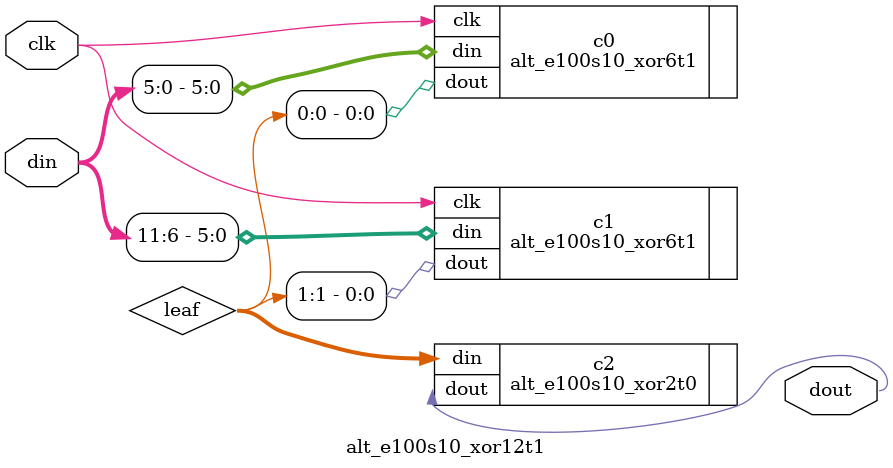
<source format=v>




`timescale 1ps/1ps

// DESCRIPTION
// 12 input XOR gate.  Latency 1.
// Generated by one of Gregg's toys.   Share And Enjoy.

module alt_e100s10_xor12t1 #(
    parameter SIM_EMULATE = 1'b0
) (
    input clk,
    input [11:0] din,
    output dout
);

wire [1:0] leaf;

alt_e100s10_xor6t1 c0 (
    .clk(clk),
    .din(din[5:0]),
    .dout(leaf[0])
);
defparam c0 .SIM_EMULATE = SIM_EMULATE;

alt_e100s10_xor6t1 c1 (
    .clk(clk),
    .din(din[11:6]),
    .dout(leaf[1])
);
defparam c1 .SIM_EMULATE = SIM_EMULATE;

alt_e100s10_xor2t0 c2 (
    .din(leaf),
    .dout(dout)
);
defparam c2 .SIM_EMULATE = SIM_EMULATE;

endmodule


</source>
